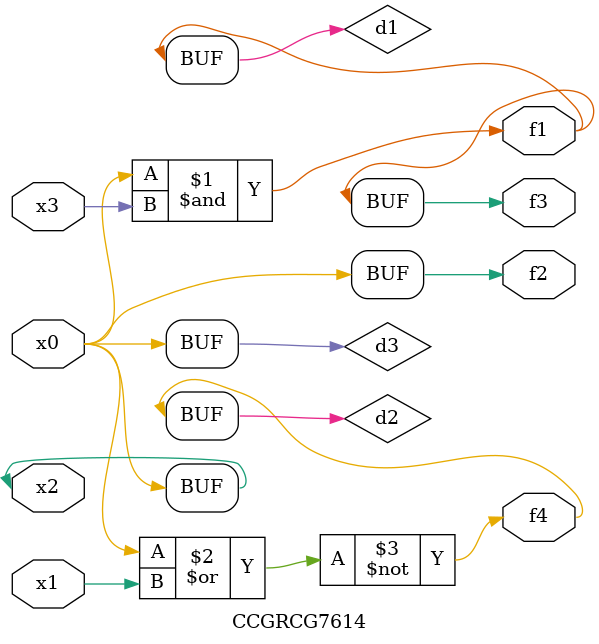
<source format=v>
module CCGRCG7614(
	input x0, x1, x2, x3,
	output f1, f2, f3, f4
);

	wire d1, d2, d3;

	and (d1, x2, x3);
	nor (d2, x0, x1);
	buf (d3, x0, x2);
	assign f1 = d1;
	assign f2 = d3;
	assign f3 = d1;
	assign f4 = d2;
endmodule

</source>
